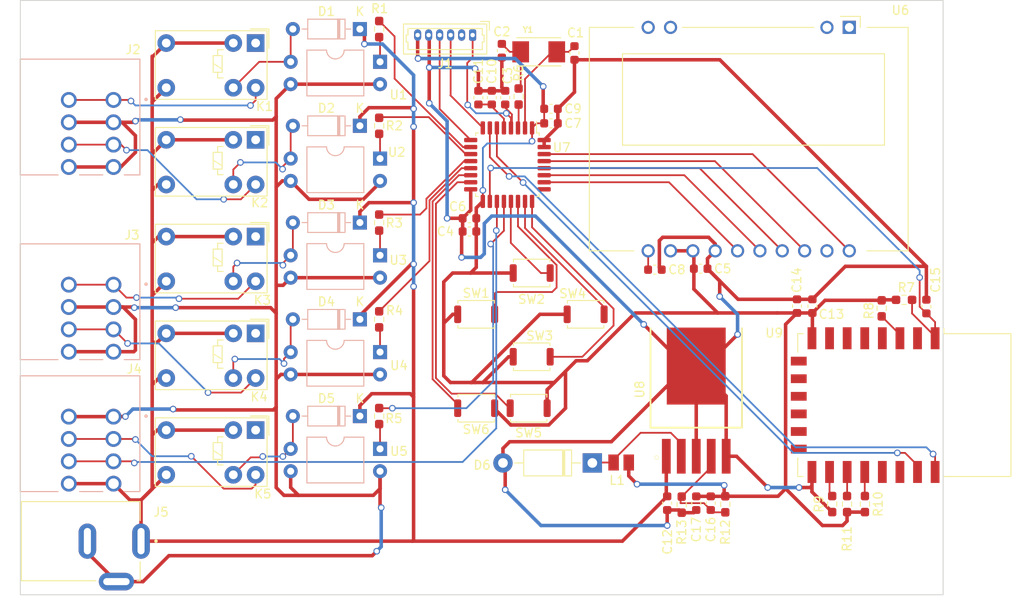
<source format=kicad_pcb>
(kicad_pcb (version 20211014) (generator pcbnew)
  (layers (0 "F.Cu" signal) (31 "B.Cu" signal) (34 "B.Paste" user) (35 "F.Paste" user) (36 "B.SilkS" user "B.Silkscreen") (37 "F.SilkS" user "F.Silkscreen") (38 "B.Mask" user) (39 "F.Mask" user) (44 "Edge.Cuts" user))
  (net 0 "")
  (net 1 "Net-(C1-Pad1)")
  (net 2 "GND")
  (net 3 "Net-(C2-Pad1)")
  (net 4 "/NRST")
  (net 5 "VDD")
  (net 6 "Net-(C8-Pad2)")
  (net 7 "VDDA")
  (net 8 "/ESP_NRST")
  (net 9 "+24V")
  (net 10 "Net-(D1-Pad2)")
  (net 11 "Net-(D2-Pad2)")
  (net 12 "Net-(D3-Pad2)")
  (net 13 "Net-(D4-Pad2)")
  (net 14 "Net-(D5-Pad2)")
  (net 15 "Net-(D6-Pad1)")
  (net 16 "/SWO")
  (net 17 "/SWDIO")
  (net 18 "/SWCLK")
  (net 19 "/Zał. Z1")
  (net 20 "/Zał. Z2")
  (net 21 "/Zał. Z3")
  (net 22 "/Zał. Z4")
  (net 28 "Net-(R1-Pad1)")
  (net 29 "/Cewka Z1")
  (net 30 "Net-(R2-Pad1)")
  (net 31 "/Cewka Z2")
  (net 32 "Net-(R3-Pad1)")
  (net 33 "/Cewka Z3")
  (net 34 "Net-(R4-Pad1)")
  (net 35 "/Cewka Z4")
  (net 36 "Net-(R5-Pad1)")
  (net 37 "/Aktyw. czujnika")
  (net 38 "Net-(R6-Pad1)")
  (net 39 "Net-(R8-Pad1)")
  (net 40 "Net-(R9-Pad1)")
  (net 41 "Net-(R10-Pad2)")
  (net 42 "Net-(R11-Pad2)")
  (net 43 "/Left")
  (net 44 "/UP")
  (net 45 "/Down")
  (net 46 "/Right")
  (net 47 "/OK")
  (net 48 "/ESC")
  (net 53 "/SPI_MISO")
  (net 54 "/SPI_MOSI")
  (net 55 "/spisck")
  (net 56 "/cs-gpio")
  (net 58 "/disp reset")
  (net 59 "/USART1_Tx")
  (net 60 "/USART1_Rx")
  (net 61 "Net-(C16-Pad2)")
  (net 62 "/Zał. czujnik")
  (net 77 "/Czujnik")
  (footprint "Capacitor_SMD:C_0603_1608Metric" (layer "F.Cu") (at 106.551 46.246 180)
    (fp_text reference "C5")
    (fp_text value "1uF")
  )
  (footprint "Capacitor_SMD:C_0603_1608Metric" (layer "F.Cu") (at 102.743 72.898 -90)
    (fp_text reference "C12")
    (fp_text value "22uF")
  )
  (footprint "Button_Switch_SMD:SW_Push_SPST_NO_Alps_SKRK" (layer "F.Cu") (at 81.026 62.103 180)
    (fp_text reference "SW6")
    (fp_text value "SW_Push")
  )
  (footprint "CON-SOCJ-2155:GRAVITECH_CON-SOCJ-2155" (layer "F.Cu") (at 36.83 77.216)
    (fp_text reference "J5")
    (fp_text value "CON-SOCJ-2155")
  )
  (footprint "ABM3-8:XTAL_ABM3-8.000MHZ-D2Y-T" (layer "F.Cu") (at 88.138 21.59)
    (fp_text reference "Y1")
    (fp_text value "ABM3-8.000MHZ-D2Y-T")
  )
  (footprint "Capacitor_SMD:C_0603_1608Metric" (layer "F.Cu") (at 132.207 50.546 90)
    (fp_text reference "C15")
    (fp_text value "100F")
  )
  (footprint "Connector_Molex:Molex_PicoBlade_53047-0610_1x06_P1.25mm_Vertical" (layer "F.Cu") (at 80.625 19.685 180)
    (fp_text reference "J1")
    (fp_text value "Conn_01x06")
  )
  (footprint "Capacitor_SMD:C_0603_1608Metric" (layer "F.Cu") (at 84.328 26.797 90)
    (fp_text reference "C3")
    (fp_text value "100nF")
  )
  (footprint "Resistor_SMD:R_0603_1608Metric_Pad0.98x0.95mm_HandSolder" (layer "F.Cu") (at 129.667 49.784 180)
    (fp_text reference "R7")
    (fp_text value "10k")
  )
  (footprint "Capacitor_SMD:C_0603_1608Metric" (layer "F.Cu") (at 82.804 26.797 90)
    (fp_text reference "C10")
    (fp_text value "10nF")
  )
  (footprint "Display:EA_DOGS104X-A" (layer "F.Cu") (at 123.444 18.8115 -90)
    (fp_text reference "U6")
    (fp_text value "EA_DOGS104B-A")
  )
  (footprint "Resistor_SMD:R_0603_1608Metric_Pad0.98x0.95mm_HandSolder" (layer "F.Cu") (at 104.394 73.068 -90)
    (fp_text reference "R13")
    (fp_text value "1.5k")
  )
  (footprint "Resistor_SMD:R_0603_1608Metric_Pad0.98x0.95mm_HandSolder" (layer "F.Cu") (at 70 30 90)
    (fp_text reference "R2")
    (fp_text value "270R")
  )
  (footprint "Button_Switch_SMD:SW_Push_SPST_NO_Alps_SKRK" (layer "F.Cu") (at 87.338 56.256)
    (fp_text reference "SW3")
    (fp_text value "SW_Push")
  )
  (footprint "RF_Module:ESP-12E" (layer "F.Cu") (at 129.7 61.75 -90)
    (fp_text reference "U9")
    (fp_text value "ESP-12E")
  )
  (footprint "Capacitor_SMD:C_0603_1608Metric" (layer "F.Cu") (at 119.25 50.5 90)
    (fp_text reference "C13")
    (fp_text value "4.7uF")
  )
  (footprint "Package_QFP:LQFP-32_7x7mm_P0.8mm" (layer "F.Cu") (at 84.582 34.417 -90)
    (fp_text reference "U7")
    (fp_text value "STM32F030K6Tx")
  )
  (footprint "Resistor_SMD:R_0603_1608Metric_Pad0.98x0.95mm_HandSolder" (layer "F.Cu") (at 70 52 90)
    (fp_text reference "R4")
    (fp_text value "270R")
  )
  (footprint "Capacitor_SMD:C_0603_1608Metric" (layer "F.Cu") (at 80.264 42.013 180)
    (fp_text reference "C4")
    (fp_text value "4.7uF")
  )
  (footprint "MIC4575-3:TO170P1524X460-6N" (layer "F.Cu") (at 106.045 61.214 90)
    (fp_text reference "U8")
    (fp_text value "MIC4575-3.3WU-TR")
  )
  (footprint "Resistor_SMD:R_0603_1608Metric_Pad0.98x0.95mm_HandSolder" (layer "F.Cu") (at 127.127 50.75 90)
    (fp_text reference "R8")
    (fp_text value "10k")
  )
  (footprint "Diode_THT:D_DO-41_SOD81_P10.16mm_Horizontal" (layer "F.Cu") (at 94.234 68.326 180)
    (fp_text reference "D6")
    (fp_text value "1N5819")
  )
  (footprint "Capacitor_SMD:C_0603_1608Metric" (layer "F.Cu") (at 83.947 21.463 -90)
    (fp_text reference "C2")
    (fp_text value "100nF")
  )
  (footprint "Resistor_SMD:R_0603_1608Metric_Pad0.98x0.95mm_HandSolder" (layer "F.Cu") (at 121.5 73 -90)
    (fp_text reference "R9")
    (fp_text value "10K")
  )
  (footprint "Resistor_SMD:R_0603_1608Metric_Pad0.98x0.95mm_HandSolder" (layer "F.Cu") (at 70 63 90)
    (fp_text reference "R5")
    (fp_text value "270R")
  )
  (footprint "Resistor_SMD:R_0603_1608Metric_Pad0.98x0.95mm_HandSolder" (layer "F.Cu") (at 109.347 73.025 -90)
    (fp_text reference "R12")
    (fp_text value "2.49k")
  )
  (footprint "Capacitor_SMD:C_0603_1608Metric" (layer "F.Cu") (at 89.535 28.067)
    (fp_text reference "C9")
    (fp_text value "100nF")
  )
  (footprint "Capacitor_SMD:C_0603_1608Metric" (layer "F.Cu") (at 80.264 40.513 180)
    (fp_text reference "C6")
    (fp_text value "100nF")
  )
  (footprint "Relay_THT:Relay_SPDT_Omron_G5V-1" (layer "F.Cu") (at 55.9575 42.5925 -90)
    (fp_text reference "K3")
    (fp_text value "G5V-1")
  )
  (footprint "Button_Switch_SMD:SW_Push_SPST_NO_Alps_SKRK" (layer "F.Cu") (at 81.026 51.43)
    (fp_text reference "SW1")
    (fp_text value "SW_Push")
  )
  (footprint "Capacitor_SMD:C_0603_1608Metric" (layer "F.Cu") (at 92.202 21.717 -90)
    (fp_text reference "C1")
    (fp_text value "100nF")
  )
  (footprint "Resistor_SMD:R_0603_1608Metric_Pad0.98x0.95mm_HandSolder" (layer "F.Cu") (at 70 41 90)
    (fp_text reference "R3")
    (fp_text value "270R")
  )
  (footprint "Button_Switch_SMD:SW_Push_SPST_NO_Alps_SKRK" (layer "F.Cu") (at 86.995 62.103 180)
    (fp_text reference "SW5")
    (fp_text value "SW_Push")
  )
  (footprint "Button_Switch_SMD:SW_Push_SPST_NO_Alps_SKRK" (layer "F.Cu") (at 87.338 46.736)
    (fp_text reference "SW2")
    (fp_text value "SW_Push")
  )
  (footprint "Relay_THT:Relay_SPDT_Omron_G5V-1" (layer "F.Cu") (at 55.9575 53.5925 -90)
    (fp_text reference "K4")
    (fp_text value "G5V-1")
  )
  (footprint "Capacitor_SMD:C_0603_1608Metric" (layer "F.Cu") (at 89.535 29.718)
    (fp_text reference "C7")
    (fp_text value "4.7uF")
  )
  (footprint "Relay_THT:Relay_SPDT_Omron_G5V-1" (layer "F.Cu") (at 55.9575 64.5925 -90)
    (fp_text reference "K5")
    (fp_text value "G5V-1")
  )
  (footprint "Resistor_SMD:R_0603_1608Metric_Pad0.98x0.95mm_HandSolder" (layer "F.Cu") (at 125.222 73 90)
    (fp_text reference "R10")
    (fp_text value "10K")
  )
  (footprint "Capacitor_SMD:C_0603_1608Metric" (layer "F.Cu") (at 106.045 72.898 -90)
    (fp_text reference "C17")
    (fp_text value "330uF")
  )
  (footprint "DFE201610E-1R0M_P2:INDC2016X100N" (layer "F.Cu") (at 97.5115 68.276)
    (fp_text reference "L1")
    (fp_text value "DFE201610E-1R0M=P2")
  )
  (footprint "Resistor_SMD:R_0603_1608Metric_Pad0.98x0.95mm_HandSolder" (layer "F.Cu") (at 70 19 90)
    (fp_text reference "R1")
    (fp_text value "270R")
  )
  (footprint "Capacitor_SMD:C_0603_1608Metric" (layer "F.Cu") (at 107.696 72.898 -90)
    (fp_text reference "C16")
    (fp_text value "3300pF")
  )
  (footprint "Capacitor_SMD:C_0603_1608Metric" (layer "F.Cu") (at 101.346 46.355 180)
    (fp_text reference "C8")
    (fp_text value "1uF")
  )
  (footprint "Capacitor_SMD:C_0603_1608Metric" (layer "F.Cu") (at 117.5 50.5 90)
    (fp_text reference "C14")
    (fp_text value "1uF")
  )
  (footprint "Resistor_SMD:R_0603_1608Metric_Pad0.98x0.95mm_HandSolder" (layer "F.Cu") (at 123.19 73 90)
    (fp_text reference "R11")
    (fp_text value "10K")
  )
  (footprint "Relay_THT:Relay_SPDT_Omron_G5V-1" (layer "F.Cu") (at 55.9575 31.5925 -90)
    (fp_text reference "K2")
    (fp_text value "G5V-1")
  )
  (footprint "Button_Switch_SMD:SW_Push_SPST_NO_Alps_SKRK" (layer "F.Cu") (at 93.472 51.43)
    (fp_text reference "SW4")
    (fp_text value "SW_Push")
  )
  (footprint "Capacitor_SMD:C_0603_1608Metric" (layer "F.Cu") (at 81.28 26.797 90)
    (fp_text reference "C11")
    (fp_text value "1uF")
  )
  (footprint "Relay_THT:Relay_SPDT_Omron_G5V-1" (layer "F.Cu") (at 55.9575 20.5925 -90)
    (fp_text reference "K1")
    (fp_text value "G5V-1")
  )
  (footprint "Resistor_SMD:R_0603_1608Metric_Pad0.98x0.95mm_HandSolder" (layer "F.Cu") (at 85.852 26.67 90)
    (fp_text reference "R6")
    (fp_text value "270R")
  )
  (footprint "Diode_THT:D_DO-35_SOD27_P7.62mm_Horizontal" (layer "B.Cu") (at 67.81 41 180)
    (fp_text reference "D3")
    (fp_text value "1N4148")
  )
  (footprint "1-2834016-4:TE_1-2834016-4" (layer "B.Cu") (at 36 65 90)
    (fp_text reference "J4")
    (fp_text value "1-2834016-4")
  )
  (footprint "Diode_THT:D_DO-35_SOD27_P7.62mm_Horizontal" (layer "B.Cu") (at 67.81 52 180)
    (fp_text reference "D4")
    (fp_text value "1N4148")
  )
  (footprint "Package_DIP:DIP-4_W10.16mm" (layer "B.Cu") (at 70.1 33.725 180)
    (fp_text reference "U2")
    (fp_text value "SFH617A-2X016")
  )
  (footprint "Package_DIP:DIP-4_W10.16mm" (layer "B.Cu") (at 70.1 44.725 180)
    (fp_text reference "U3")
    (fp_text value "SFH617A-2X016")
  )
  (footprint "1-2834016-4:TE_1-2834016-4" (layer "B.Cu") (at 36 50 90)
    (fp_text reference "J3")
    (fp_text value "1-2834016-4")
  )
  (footprint "Package_DIP:DIP-4_W10.16mm" (layer "B.Cu") (at 70.1 66.725 180)
    (fp_text reference "U5")
    (fp_text value "SFH617A-2X016")
  )
  (footprint "Package_DIP:DIP-4_W10.16mm" (layer "B.Cu") (at 70.1 22.725 180)
    (fp_text reference "U1")
    (fp_text value "SFH617A-2X016")
  )
  (footprint "Diode_THT:D_DO-35_SOD27_P7.62mm_Horizontal" (layer "B.Cu") (at 67.81 63 180)
    (fp_text reference "D5")
    (fp_text value "1N4148")
  )
  (footprint "1-2834016-4:TE_1-2834016-4" (layer "B.Cu") (at 36 29 90)
    (fp_text reference "J2")
    (fp_text value "1-2834016-4")
  )
  (footprint "Package_DIP:DIP-4_W10.16mm" (layer "B.Cu") (at 70.1 55.725 180)
    (fp_text reference "U4")
    (fp_text value "SFH617A-2X016")
  )
  (footprint "Diode_THT:D_DO-35_SOD27_P7.62mm_Horizontal" (layer "B.Cu") (at 67.81 19 180)
    (fp_text reference "D1")
    (fp_text value "1N4148")
  )
  (footprint "Diode_THT:D_DO-35_SOD27_P7.62mm_Horizontal" (layer "B.Cu") (at 67.81 30 180)
    (fp_text reference "D2")
    (fp_text value "1N4148")
  )
  (gr_rect (start 29.21 15.748) (end 134.112 83.312) (layer "Edge.Cuts") (width 0.1) (fill none))
  (segment (start 90.188 21.59) (end 89.662 21.59) (width 0.2) (layer "F.Cu") (net 1))
  (segment (start 91.554 21.59) (end 90.188 21.59) (width 0.2) (layer "F.Cu") (net 1))
  (segment (start 86.582 24.67) (end 86.582 30.242) (width 0.2) (layer "F.Cu") (net 1))
  (segment (start 92.202 20.942) (end 91.554 21.59) (width 0.2) (layer "F.Cu") (net 1))
  (segment (start 89.662 21.59) (end 86.582 24.67) (width 0.2) (layer "F.Cu") (net 1))
  (segment (start 69.215 78.867) (end 69.723 78.359) (width 0.4) (layer "F.Cu") (net 2))
  (segment (start 68.199 38.354) (end 70.1 36.453) (width 0.4) (layer "F.Cu") (net 2))
  (segment (start 58.293 36.957) (end 58.293 28.956) (width 0.4) (layer "F.Cu") (net 2))
  (segment (start 60.833 72.009) (end 59.94 71.116) (width 0.4) (layer "F.Cu") (net 2))
  (segment (start 59.94 36.265) (end 62.029 38.354) (width 0.4) (layer "F.Cu") (net 2))
  (segment (start 70.231 73.406) (end 70.1 73.275) (width 0.4) (layer "F.Cu") (net 2))
  (segment (start 59.94 47.265) (end 59.072 48.133) (width 0.4) (layer "F.Cu") (net 2))
  (segment (start 59.182 72.009) (end 60.833 72.009) (width 0.4) (layer "F.Cu") (net 2))
  (segment (start 90.31 30.064) (end 88.757 31.617) (width 0.4) (layer "F.Cu") (net 2))
  (segment (start 41.15 63.05) (end 39.81 63.05) (width 0.4) (layer "F.Cu") (net 2))
  (segment (start 102.235 42.672) (end 107.442 42.672) (width 0.4) (layer "F.Cu") (net 2))
  (segment (start 46.575 62.2) (end 46.675 62.3) (width 0.4) (layer "F.Cu") (net 2))
  (segment (start 69.342 72.009) (end 60.833 72.009) (width 0.4) (layer "F.Cu") (net 2))
  (segment (start 119.2 69.35) (end 119.2 71.6125) (width 0.4) (layer "F.Cu") (net 2))
  (segment (start 75.692 23.368) (end 75.692 19.752) (width 0.4) (layer "F.Cu") (net 2))
  (segment (start 102.743 73.673) (end 104.0865 73.673) (width 0.4) (layer "F.Cu") (net 2))
  (segment (start 107.442 42.672) (end 108.204 43.434) (width 0.4) (layer "F.Cu") (net 2))
  (segment (start 104.992 57.314) (end 96.393 65.913) (width 0.4) (layer "F.Cu") (net 2))
  (segment (start 102.743 73.673) (end 102.476 73.673) (width 0.4) (layer "F.Cu") (net 2))
  (segment (start 92.202 22.492) (end 92.202 26.175) (width 0.4) (layer "F.Cu") (net 2))
  (segment (start 80.407 39.595) (end 79.489 40.513) (width 0.4) (layer "F.Cu") (net 2))
  (segment (start 109.4486 60.7176) (end 106.045 57.314) (width 0.4) (layer "F.Cu") (net 2))
  (segment (start 117.729 71.12) (end 118.999 71.12) (width 0.4) (layer "F.Cu") (net 2))
  (segment (start 58.293 61.976) (end 58.293 71.12) (width 0.4) (layer "F.Cu") (net 2))
  (segment (start 36.83 78.516) (end 40.13 81.816) (width 0.4) (layer "F.Cu") (net 2))
  (segment (start 79.375 44.958) (end 79.375 42.127) (width 0.4) (layer "F.Cu") (net 2))
  (segment (start 123.001 45.974) (end 119.25 49.725) (width 0.4) (layer "F.Cu") (net 2))
  (segment (start 79.489 40.513) (end 79.489 42.013) (width 0.4) (layer "F.Cu") (net 2))
  (segment (start 58.293 26.912) (end 59.94 25.265) (width 0.4) (layer "F.Cu") (net 2))
  (segment (start 104.394 73.9805) (end 105.7375 73.9805) (width 0.4) (layer "F.Cu") (net 2))
  (segment (start 107.326 45.0895) (end 108.204 44.2115) (width 0.4) (layer "F.Cu") (net 2))
  (segment (start 58.293 61.976) (end 58.293 58.801) (width 0.4) (layer "F.Cu") (net 2))
  (segment (start 75.692 19.752) (end 75.625 19.685) (width 0.4) (layer "F.Cu") (net 2))
  (segment (start 81.28 26.022) (end 81.28 23.876) (width 0.4) (layer "F.Cu") (net 2))
  (segment (start 47.45 29.35) (end 57.899 29.35) (width 0.4) (layer "F.Cu") (net 2))
  (segment (start 80.407 37.217) (end 80.407 39.595) (width 0.4) (layer "F.Cu") (net 2))
  (segment (start 101.854 46.088) (end 101.854 43.053) (width 0.4) (layer "F.Cu") (net 2))
  (segment (start 43.152 81.816) (end 46.101 78.867) (width 0.4) (layer "F.Cu") (net 2))
  (segment (start 46.101 78.867) (end 69.215 78.867) (width 0.4) (layer "F.Cu") (net 2))
  (segment (start 117.5 49.725) (end 110.805 49.725) (width 0.4) (layer "F.Cu") (net 2))
  (segment (start 40.631 34.68) (end 42.291 33.02) (width 0.4) (layer "F.Cu") (net 2))
  (segment (start 57.899 29.35) (end 58.293 28.956) (width 0.4) (layer "F.Cu") (net 2))
  (segment (start 107.151 57.314) (end 110.744 53.721) (width 0.4) (layer "F.Cu") (net 2))
  (segment (start 58.829 58.265) (end 58.293 58.801) (width 0.4) (layer "F.Cu") (net 2))
  (segment (start 96.393 65.913) (end 84.836 65.913) (width 0.4) (layer "F.Cu") (net 2))
  (segment (start 79.375 42.127) (end 79.489 42.013) (width 0.4) (layer "F.Cu") (net 2))
  (segment (start 132.207 49.771) (end 132.207 45.974) (width 0.4) (layer "F.Cu") (net 2))
  (segment (start 58.293 51.308) (end 58.293 48.133) (width 0.4) (layer "F.Cu") (net 2))
  (segment (start 81.28 26.022) (end 82.804 26.022) (width 0.4) (layer "F.Cu") (net 2))
  (segment (start 39.8 50.6) (end 42.091 50.6) (width 0.4) (layer "F.Cu") (net 2))
  (segment (start 59.94 36.265) (end 58.985 36.265) (width 0.4) (layer "F.Cu") (net 2))
  (segment (start 34.72 50.6) (end 39.8 50.6) (width 0.4) (layer "F.Cu") (net 2))
  (segment (start 47.4 29.3) (end 47.45 29.35) (width 0.4) (layer "F.Cu") (net 2))
  (segment (start 58.293 71.12) (end 59.182 72.009) (width 0.4) (layer "F.Cu") (net 2))
  (segment (start 75.625 19.685) (end 75.625 19.625) (width 0.4) (layer "F.Cu") (net 2))
  (segment (start 75.692 23.368) (end 75.632 23.308) (width 0.4) (layer "F.Cu") (net 2))
  (segment (start 102.121 46.355) (end 101.854 46.088) (width 0.4) (layer "F.Cu") (net 2))
  (segment (start 57.658 50.673) (end 58.293 51.308) (width 0.4) (layer "F.Cu") (net 2))
  (segment (start 84.328 68.58) (end 84.074 68.326) (width 0.4) (layer "F.Cu") (net 2))
  (segment (start 102.743 73.673) (end 102.743 75.438) (width 0.4) (layer "F.Cu") (net 2))
  (segment (start 70.1 69.265) (end 70.1 71.251) (width 0.4) (layer "F.Cu") (net 2))
  (segment (start 108.712 49.403) (end 108.712 47.632) (width 0.4) (layer "F.Cu") (net 2))
  (segment (start 58.293 58.801) (end 58.293 51.308) (width 0.4) (layer "F.Cu") (net 2))
  (segment (start 83.947 22.238) (end 83.947 25.641) (width 0.4) (layer "F.Cu") (net 2))
  (segment (start 84.836 65.913) (end 84.074 66.675) (width 0.4) (layer "F.Cu") (net 2))
  (segment (start 42.291 33.02) (end 42.291 31.115) (width 0.4) (layer "F.Cu") (net 2))
  (segment (start 34.72 29.6) (end 39.8 29.6) (width 0.4) (layer "F.Cu") (net 2))
  (segment (start 57.969 62.3) (end 58.293 61.976) (width 0.4) (layer "F.Cu") (net 2))
  (segment (start 109.4486 67.564) (end 109.4486 60.7176) (width 0.4) (layer "F.Cu") (net 2))
  (segment (start 42.11 55.68) (end 42.291 55.499) (width 0.4) (layer "F.Cu") (net 2))
  (segment (start 42.091 50.6) (end 42.164 50.673) (width 0.4) (layer "F.Cu") (net 2))
  (segment (start 108.712 47.632) (end 107.326 46.246) (width 0.4) (layer "F.Cu") (net 2))
  (segment (start 75.565 19.745) (end 75.625 19.685) (width 0.4) (layer "F.Cu") (net 2))
  (segment (start 59.072 48.133) (end 58.293 48.133) (width 0.4) (layer "F.Cu") (net 2))
  (segment (start 118.999 71.12) (end 119.126 70.993) (width 0.4) (layer "F.Cu") (net 2))
  (segment (start 110.617 67.564) (end 114.173 71.12) (width 0.4) (layer "F.Cu") (net 2))
  (segment (start 40.882 50.6) (end 39.8 50.6) (width 0.4) (layer "F.Cu") (net 2))
  (segment (start 119.2 71.6125) (end 121.5 73.9125) (width 0.4) (layer "F.Cu") (net 2))
  (segment (start 36.83 77.216) (end 36.83 78.516) (width 0.4) (layer "F.Cu") (net 2))
  (segment (start 39.8 55.68) (end 42.11 55.68) (width 0.4) (layer "F.Cu") (net 2))
  (segment (start 58.293 48.133) (end 58.293 36.957) (width 0.4) (layer "F.Cu") (net 2))
  (segment (start 46.863 50.673) (end 57.658 50.673) (width 0.4) (layer "F.Cu") (net 2))
  (segment (start 109.4486 67.564) (end 110.617 67.564) (width 0.4) (layer "F.Cu") (net 2))
  (segment (start 106.045 67.564) (end 106.045 57.314) (width 0.4) (layer "F.Cu") (net 2))
  (segment (start 110.805 49.725) (end 107.326 46.246) (width 0.4) (layer "F.Cu") (net 2))
  (segment (start 104.812 57.314) (end 100.076 52.578) (width 0.4) (layer "F.Cu") (net 2))
  (segment (start 70.1 36.453) (end 70.1 36.265) (width 0.4) (layer "F.Cu") (net 2))
  (segment (start 59.948 25.273) (end 59.94 25.265) (width 0.4) (layer "F.Cu") (net 2))
  (segment (start 106.045 57.314) (end 104.812 57.314) (width 0.4) (layer "F.Cu") (net 2))
  (segment (start 81.28 23.876) (end 80.899 23.495) (width 0.4) (layer "F.Cu") (net 2))
  (segment (start 75.692 27.432) (end 75.692 23.368) (width 0.4) (layer "F.Cu") (net 2))
  (segment (start 132.207 45.974) (end 108.725 22.492) (width 0.4) (layer "F.Cu") (net 2))
  (segment (start 90.31 29.718) (end 90.31 28.067) (width 0.4) (layer "F.Cu") (net 2))
  (segment (start 106.045 57.314) (end 107.151 57.314) (width 0.4) (layer "F.Cu") (net 2))
  (segment (start 46.675 62.3) (end 57.969 62.3) (width 0.4) (layer "F.Cu") (net 2))
  (segment (start 105.7375 73.9805) (end 106.045 73.673) (width 0.4) (layer "F.Cu") (net 2))
  (segment (start 59.94 58.265) (end 58.829 58.265) (width 0.4) (layer "F.Cu") (net 2))
  (segment (start 106.045 57.314) (end 104.992 57.314) (width 0.4) (layer "F.Cu") (net 2))
  (segment (start 40.776 29.6) (end 39.8 29.6) (width 0.4) (layer "F.Cu") (net 2))
  (segment (start 34.72 34.68) (end 39.8 34.68) (width 0.4) (layer "F.Cu") (net 2))
  (segment (start 42.155 29.6) (end 42.291 29.464) (width 0.4) (layer "F.Cu") (net 2))
  (segment (start 62.029 38.354) (end 68.199 38.354) (width 0.4) (layer "F.Cu") (net 2))
  (segment (start 34.72 55.68) (end 39.8 55.68) (width 0.4) (layer "F.Cu") (net 2))
  (segment (start 70.1 47.265) (end 59.94 47.265) (width 0.4) (layer "F.Cu") (net 2))
  (segment (start 58.293 28.956) (end 58.293 26.912) (width 0.4) (layer "F.Cu") (net 2))
  (segment (start 119.25 49.725) (end 117.5 49.725) (width 0.4) (layer "F.Cu") (net 2))
  (segment (start 108.725 22.492) (end 98.311 22.492) (width 0.4) (layer "F.Cu") (net 2))
  (segment (start 39.8 34.68) (end 40.631 34.68) (width 0.4) (layer "F.Cu") (net 2))
  (segment (start 70.1 73.275) (end 70.1 69.265) (width 0.4) (layer "F.Cu") (net 2))
  (segment (start 39.81 63.05) (end 39.8 63.06) (width 0.4) (layer "F.Cu") (net 2))
  (segment (start 70.1 71.251) (end 69.342 72.009) (width 0.4) (layer "F.Cu") (net 2))
  (segment (start 104.0865 73.673) (end 104.394 73.9805) (width 0.4) (layer "F.Cu") (net 2))
  (segment (start 40.13 81.816) (end 43.152 81.816) (width 0.4) (layer "F.Cu") (net 2))
  (segment (start 34.72 63.06) (end 39.8 63.06) (width 0.4) (layer "F.Cu") (net 2))
  (segment (start 84.328 71.374) (end 84.328 68.58) (width 0.4) (layer "F.Cu") (net 2))
  (segment (start 70.1 58.265) (end 59.94 58.265) (width 0.4) (layer "F.Cu") (net 2))
  (segment (start 75.632 23.308) (end 75.625 23.308) (width 0.4) (layer "F.Cu") (net 2))
  (segment (start 107.326 46.246) (end 107.326 45.0895) (width 0.4) (layer "F.Cu") (net 2))
  (segment (start 84.074 66.675) (end 84.074 68.326) (width 0.4) (layer "F.Cu") (net 2))
  (segment (start 98.311 22.492) (end 92.202 22.492) (width 0.4) (layer "F.Cu") (net 2))
  (segment (start 83.947 25.641) (end 84.328 26.022) (width 0.4) (layer "F.Cu") (net 2))
  (segment (start 79.489 40.513) (end 77.724 40.513) (width 0.4) (layer "F.Cu") (net 2))
  (segment (start 132.207 45.974) (end 123.001 45.974) (width 0.4) (layer "F.Cu") (net 2))
  (segment (start 42.291 52.009) (end 40.882 50.6) (width 0.4) (layer "F.Cu") (net 2))
  (segment (start 42.291 31.115) (end 40.776 29.6) (width 0.4) (layer "F.Cu") (net 2))
  (segment (start 58.985 36.265) (end 58.293 36.957) (width 0.4) (layer "F.Cu") (net 2))
  (segment (start 42.291 55.499) (end 42.291 52.009) (width 0.4) (layer "F.Cu") (net 2))
  (segment (start 108.204 43.434) (end 108.204 44.2115) (width 0.4) (layer "F.Cu") (net 2))
  (segment (start 88.757 32.417) (end 88.757 31.617) (width 0.4) (layer "F.Cu") (net 2))
  (segment (start 39.8 29.6) (end 42.155 29.6) (width 0.4) (layer "F.Cu") (net 2))
  (segment (start 92.202 26.175) (end 90.31 28.067) (width 0.4) (layer "F.Cu") (net 2))
  (segment (start 84.328 26.022) (end 82.804 26.022) (width 0.4) (layer "F.Cu") (net 2))
  (segment (start 59.94 25.265) (end 70.1 25.265) (width 0.4) (layer "F.Cu") (net 2))
  (segment (start 59.94 71.116) (end 59.94 69.265) (width 0.4) (layer "F.Cu") (net 2))
  (segment (start 101.854 43.053) (end 102.235 42.672) (width 0.4) (layer "F.Cu") (net 2))
  (segment (start 90.31 29.718) (end 90.31 30.064) (width 0.4) (layer "F.Cu") (net 2))
  (via (at 41.15 63.05) (size 0.75) (drill 0.5) (layers "F.Cu" "B.Cu") (net 2))
  (via (at 69.723 78.359) (size 0.75) (drill 0.5) (layers "F.Cu" "B.Cu") (net 2))
  (via (at 70.231 73.406) (size 0.75) (drill 0.5) (layers "F.Cu" "B.Cu") (net 2))
  (via (at 77.724 40.513) (size 0.75) (drill 0.5) (layers "F.Cu" "B.Cu") (net 2))
  (via (at 114.173 71.12) (size 0.75) (drill 0.5) (layers "F.Cu" "B.Cu") (net 2))
  (via (at 47.4 29.3) (size 0.75) (drill 0.5) (layers "F.Cu" "B.Cu") (net 2))
  (via (at 108.712 49.403) (size 0.75) (drill 0.5) (layers "F.Cu" "B.Cu") (net 2))
  (via (at 42.291 29.464) (size 0.75) (drill 0.5) (layers "F.Cu" "B.Cu") (net 2))
  (via (at 75.692 27.432) (size 0.75) (drill 0.5) (layers "F.Cu" "B.Cu") (net 2))
  (via (at 100.076 52.578) (size 0.75) (drill 0.5) (layers "F.Cu" "B.Cu") (net 2))
  (via (at 110.744 53.721) (size 0.75) (drill 0.5) (layers "F.Cu" "B.Cu") (net 2))
  (via (at 46.863 50.673) (size 0.75) (drill 0.5) (layers "F.Cu" "B.Cu") (net 2))
  (via (at 102.743 75.438) (size 0.75) (drill 0.5) (layers "F.Cu" "B.Cu") (net 2))
  (via (at 79.375 44.958) (size 0.75) (drill 0.5) (layers "F.Cu" "B.Cu") (net 2))
  (via (at 84.328 71.374) (size 0.75) (drill 0.5) (layers "F.Cu" "B.Cu") (net 2))
  (via (at 46.575 62.2) (size 0.75) (drill 0.5) (layers "F.Cu" "B.Cu") (net 2))
  (via (at 42.164 50.673) (size 0.75) (drill 0.5) (layers "F.Cu" "B.Cu") (net 2))
  (via (at 80.899 23.495) (size 0.75) (drill 0.5) (layers "F.Cu" "B.Cu") (net 2))
  (via (at 117.729 71.12) (size 0.75) (drill 0.5) (layers "F.Cu" "B.Cu") (net 2))
  (via (at 75.692 23.368) (size 0.75) (drill 0.5) (layers "F.Cu" "B.Cu") (net 2))
  (segment (start 81.534 44.958) (end 79.375 44.958) (width 0.4) (layer "B.Cu") (net 2))
  (segment (start 69.723 78.359) (end 70.231 77.851) (width 0.4) (layer "B.Cu") (net 2))
  (segment (start 42 62.2) (end 46.575 62.2) (width 0.4) (layer "B.Cu") (net 2))
  (segment (start 81.952 41.111) (end 81.952 44.54) (width 0.4) (layer "B.Cu") (net 2))
  (segment (start 75.692 27.432) (end 77.724 29.464) (width 0.4) (layer "B.Cu") (net 2))
  (segment (start 75.692 23.368) (end 80.772 23.368) (width 0.4) (layer "B.Cu") (net 2))
  (segment (start 42.164 50.673) (end 46.863 50.673) (width 0.4) (layer "B.Cu") (net 2))
  (segment (start 100.076 52.578) (end 87.757 40.259) (width 0.4) (layer "B.Cu") (net 2))
  (segment (start 88.392 75.438) (end 84.328 71.374) (width 0.4) (layer "B.Cu") (net 2))
  (segment (start 80.772 23.368) (end 80.899 23.495) (width 0.4) (layer "B.Cu") (net 2))
  (segment (start 81.952 44.54) (end 81.915 44.577) (width 0.4) (layer "B.Cu") (net 2))
  (segment (start 110.744 51.435) (end 108.712 49.403) (width 0.4) (layer "B.Cu") (net 2))
  (segment (start 81.915 44.577) (end 81.534 44.958) (width 0.4) (layer "B.Cu") (net 2))
  (segment (start 41.15 63.05) (end 42 62.2) (width 0.4) (layer "B.Cu") (net 2))
  (segment (start 77.724 29.464) (end 77.724 40.513) (width 0.4) (layer "B.Cu") (net 2))
  (segment (start 82.804 40.259) (end 81.952 41.111) (width 0.4) (layer "B.Cu") (net 2))
  (segment (start 117.729 71.12) (end 114.173 71.12) (width 0.4) (layer "B.Cu") (net 2))
  (segment (start 47.4 29.3) (end 47.375 29.325) (width 0.4) (layer "B.Cu") (net 2))
  (segment (start 110.744 53.721) (end 110.744 51.435) (width 0.4) (layer "B.Cu") (net 2))
  (segment (start 70.231 77.851) (end 70.231 73.406) (width 0.4) (layer "B.Cu") (net 2))
  (segment (start 42.43 29.325) (end 42.291 29.464) (width 0.4) (layer "B.Cu") (net 2))
  (segment (start 47.375 29.325) (end 42.43 29.325) (width 0.4) (layer "B.Cu") (net 2))
  (segment (start 87.757 40.259) (end 82.804 40.259) (width 0.4) (layer "B.Cu") (net 2))
  (segment (start 102.743 75.438) (end 88.392 75.438) (width 0.4) (layer "B.Cu") (net 2))
  (segment (start 84.849 21.59) (end 86.088 21.59) (width 0.2) (layer "F.Cu") (net 3))
  (segment (start 86.088 25.5215) (end 85.852 25.7575) (width 0.2) (layer "F.Cu") (net 3))
  (segment (start 86.088 21.59) (end 86.088 25.5215) (width 0.2) (layer "F.Cu") (net 3))
  (segment (start 83.947 20.688) (end 84.849 21.59) (width 0.2) (layer "F.Cu") (net 3))
  (segment (start 80.01 27.564822) (end 80.01 22.86) (width 0.2) (layer "F.Cu") (net 4))
  (segment (start 85.09 30.134) (end 84.982 30.242) (width 0.2) (layer "F.Cu") (net 4))
  (segment (start 84.982 29.107822) (end 84.452089 28.577911) (width 0.2) (layer "F.Cu") (net 4))
  (segment (start 80.070589 27.625411) (end 80.01 27.564822) (width 0.2) (layer "F.Cu") (net 4))
  (segment (start 84.982 30.242) (end 84.982 29.107822) (width 0.2) (layer "F.Cu") (net 4))
  (segment (start 85.09 28.702) (end 85.09 30.134) (width 0.2) (layer "F.Cu") (net 4))
  (segment (start 84.328 27.572) (end 84.328 27.94) (width 0.2) (layer "F.Cu") (net 4))
  (segment (start 84.328 27.94) (end 85.09 28.702) (width 0.2) (layer "F.Cu") (net 4))
  (segment (start 80.01 22.86) (end 80.625 22.245) (width 0.2) (layer "F.Cu") (net 4))
  (segment (start 80.625 22.245) (end 80.625 19.685) (width 0.2) (layer "F.Cu") (net 4))
  (via (at 80.070589 27.625411) (size 0.75) (drill 0.5) (layers "F.Cu" "B.Cu") (net 4))
  (via (at 84.452089 28.577911) (size 0.75) (drill 0.5) (layers "F.Cu" "B.Cu") (net 4))
  (segment (start 81.023089 28.577911) (end 80.070589 27.625411) (width 0.2) (layer "B.Cu") (net 4))
  (segment (start 84.452089 28.577911) (end 81.023089 28.577911) (width 0.2) (layer "B.Cu") (net 4))
  (segment (start 89.095 60.003) (end 89.916 59.182) (width 0.4) (layer "F.Cu") (net 5))
  (segment (start 98.3715 69.7965) (end 99.314 70.739) (width 0.4) (layer "F.Cu") (net 5))
  (segment (start 81.039 46.088) (end 80.391 46.736) (width 0.4) (layer "F.Cu") (net 5))
  (segment (start 107.696 72.123) (end 109.3365 72.123) (width 0.4) (layer "F.Cu") (net 5))
  (segment (start 119.25 54.1) (end 119.2 54.15) (width 0.4) (layer "F.Cu") (net 5))
  (segment (start 106.045 72.123) (end 107.696 72.123) (width 0.4) (layer "F.Cu") (net 5))
  (segment (start 88.27 51.43) (end 80.518 59.182) (width 0.4) (layer "F.Cu") (net 5))
  (segment (start 80.899 59.182) (end 78.105 59.182) (width 0.4) (layer "F.Cu") (net 5))
  (segment (start 80.518 59.182) (end 80.391 59.182) (width 0.4) (layer "F.Cu") (net 5))
  (segment (start 89.916 59.182) (end 92.392 56.706) (width 0.4) (layer "F.Cu") (net 5))
  (segment (start 89.281 64.008) (end 91.186 62.103) (width 0.4) (layer "F.Cu") (net 5))
  (segment (start 87.382 30.242) (end 87.382 31.744) (width 0.2) (layer "F.Cu") (net 5))
  (segment (start 116.205 52.57) (end 116.205 71.247) (width 0.4) (layer "F.Cu") (net 5))
  (segment (start 81.788 59.182) (end 80.899 59.182) (width 0.4) (layer "F.Cu") (net 5))
  (segment (start 93.662 56.706) (end 99.06 51.308) (width 0.4) (layer "F.Cu") (net 5))
  (segment (start 81.788 38.586) (end 81.782 38.592) (width 0.2) (layer "F.Cu") (net 5))
  (segment (start 105.664 44.2115) (end 103.124 44.2115) (width 0.4) (layer "F.Cu") (net 5))
  (segment (start 122.682 75.438) (end 123.19 74.93) (width 0.4) (layer "F.Cu") (net 5))
  (segment (start 77.343 47.752) (end 78.359 46.736) (width 0.4) (layer "F.Cu") (net 5))
  (segment (start 74.375 19.685) (end 74.375 22.305) (width 0.4) (layer "F.Cu") (net 5))
  (segment (start 109.22 70.866) (end 109.22 71.9855) (width 0.4) (layer "F.Cu") (net 5))
  (segment (start 108.491 51.275) (end 115.25 51.275) (width 0.4) (layer "F.Cu") (net 5))
  (segment (start 81.039 42.013) (end 81.039 40.513) (width 0.4) (layer "F.Cu") (net 5))
  (segment (start 84.714 56.256) (end 81.788 59.182) (width 0.4) (layer "F.Cu") (net 5))
  (segment (start 92.392 56.706) (end 93.662 56.706) (width 0.4) (layer "F.Cu") (net 5))
  (segment (start 78.926 51.43) (end 78.364 51.43) (width 0.4) (layer "F.Cu") (net 5))
  (segment (start 99.093 51.275) (end 108.491 51.275) (width 0.4) (layer "F.Cu") (net 5))
  (segment (start 109.22 71.9855) (end 109.347 72.1125) (width 0.4) (layer "F.Cu") (net 5))
  (segment (start 87.382 31.744) (end 87.376 31.75) (width 0.2) (layer "F.Cu") (net 5))
  (segment (start 83.126 62.171) (end 84.963 64.008) (width 0.4) (layer "F.Cu") (net 5))
  (segment (start 88.646 27.953) (end 88.76 28.067) (width 0.4) (layer "F.Cu") (net 5))
  (segment (start 127.1805 49.784) (end 127.127 49.8375) (width 0.4) (layer "F.Cu") (net 5))
  (segment (start 117.5 51.275) (end 119.25 51.275) (width 0.4) (layer "F.Cu") (net 5))
  (segment (start 81.039 42.013) (end 81.039 46.088) (width 0.4) (layer "F.Cu") (net 5))
  (segment (start 119.25 51.275) (end 119.25 54.1) (width 0.4) (layer "F.Cu") (net 5))
  (segment (start 127.127 49.8375) (end 120.6875 49.8375) (width 0.4) (layer "F.Cu") (net 5))
  (segment (start 88.76 29.718) (end 88.76 28.067) (width 0.2) (layer "F.Cu") (net 5))
  (segment (start 125 73.9125) (end 123 73.9125) (width 0.4) (layer "F.Cu") (net 5))
  (segment (start 105.776 46.246) (end 105.776 48.56) (width 0.4) (layer "F.Cu") (net 5))
  (segment (start 84.963 64.008) (end 89.281 64.008) (width 0.4) (layer "F.Cu") (net 5))
  (segment (start 89.916 59.182) (end 81.788 59.182) (width 0.4) (layer "F.Cu") (net 5))
  (segment (start 123.19 74.93) (end 123.19 73.9125) (width 0.4) (layer "F.Cu") (net 5))
  (segment (start 80.391 46.736) (end 85.238 46.736) (width 0.4) (layer "F.Cu") (net 5))
  (segment (start 116.205 71.247) (end 120.396 75.438) (width 0.4) (layer "F.Cu") (net 5))
  (segment (start 109.3365 72.123) (end 109.347 72.1125) (width 0.4) (layer "F.Cu") (net 5))
  (segment (start 78.364 51.43) (end 77.343 52.451) (width 0.4) (layer "F.Cu") (net 5))
  (segment (start 105.776 44.3235) (end 105.664 44.2115) (width 0.4) (layer "F.Cu") (net 5))
  (segment (start 91.186 62.103) (end 91.186 57.912) (width 0.4) (layer "F.Cu") (net 5))
  (segment (start 77.343 58.42) (end 77.343 52.451) (width 0.4) (layer "F.Cu") (net 5))
  (segment (start 88.646 25.527) (end 88.646 27.953) (width 0.4) (layer "F.Cu") (net 5))
  (segment (start 105.776 48.56) (end 108.491 51.275) (width 0.4) (layer "F.Cu") (net 5))
  (segment (start 74.375 22.305) (end 74.422 22.352) (width 0.4) (layer "F.Cu") (net 5))
  (segment (start 83.126 62.103) (end 83.126 62.171) (width 0.4) (layer "F.Cu") (net 5))
  (segment (start 89.095 62.103) (end 89.095 60.003) (width 0.4) (layer "F.Cu") (net 5))
  (segment (start 120.396 75.438) (end 122.682 75.438) (width 0.4) (layer "F.Cu") (net 5))
  (segment (start 91.372 51.43) (end 88.27 51.43) (width 0.4) (layer "F.Cu") (net 5))
  (segment (start 81.788 37.338) (end 81.788 38.586) (width 0.2) (layer "F.Cu") (net 5))
  (segment (start 117.5 51.275) (end 116.205 52.57) (width 0.4) (layer "F.Cu") (net 5))
  (segment (start 98.3715 68.276) (end 98.3715 69.7965) (width 0.4) (layer "F.Cu") (net 5))
  (segment (start 109.347 72.1125) (end 115.3395 72.1125) (width 0.4) (layer "F.Cu") (net 5))
  (segment (start 87.906 29.718) (end 87.382 30.242) (width 0.2) (layer "F.Cu") (net 5))
  (segment (start 81.039 40.513) (end 81.039 39.335) (width 0.4) (layer "F.Cu") (net 5))
  (segment (start 77.343 52.451) (end 77.343 47.752) (width 0.4) (layer "F.Cu") (net 5))
  (segment (start 115.25 51.275) (end 117.5 51.275) (width 0.4) (layer "F.Cu") (net 5))
  (segment (start 105.776 46.246) (end 105.776 44.3235) (width 0.4) (layer "F.Cu") (net 5))
  (segment (start 78.359 46.736) (end 80.391 46.736) (width 0.4) (layer "F.Cu") (net 5))
  (segment (start 120.6875 49.8375) (end 119.25 51.275) (width 0.4) (layer "F.Cu") (net 5))
  (segment (start 128.7545 49.784) (end 127.1805 49.784) (width 0.4) (layer "F.Cu") (net 5))
  (segment (start 78.105 59.182) (end 77.343 58.42) (width 0.4) (layer "F.Cu") (net 5))
  (segment (start 85.238 56.256) (end 84.714 56.256) (width 0.4) (layer "F.Cu") (net 5))
  (segment (start 115.3395 72.1125) (end 116.205 71.247) (width 0.4) (layer "F.Cu") (net 5))
  (segment (start 88.76 29.718) (end 87.906 29.718) (width 0.2) (layer "F.Cu") (net 5))
  (segment (start 81.039 39.335) (end 81.782 38.592) (width 0.4) (layer "F.Cu") (net 5))
  (via (at 74.422 22.352) (size 0.75) (drill 0.5) (layers "F.Cu" "B.Cu") (net 5))
  (via (at 87.376 31.75) (size 0.75) (drill 0.5) (layers "F.Cu" "B.Cu") (net 5))
  (via (at 88.646 25.527) (size 0.75) (drill 0.5) (layers "F.Cu" "B.Cu") (net 5))
  (via (at 99.314 70.739) (size 0.75) (drill 0.5) (layers "F.Cu" "B.Cu") (net 5))
  (via (at 81.788 37.338) (size 0.75) (drill 0.5) (layers "F.Cu" "B.Cu") (net 5))
  (via (at 109.22 70.866) (size 0.75) (drill 0.5) (layers "F.Cu" "B.Cu") (net 5))
  (segment (start 87.376 31.75) (end 87.122 32.004) (width 0.2) (layer "B.Cu") (net 5))
  (segment (start 74.422 22.352) (end 85.471 22.352) (width 0.4) (layer "B.Cu") (net 5))
  (segment (start 99.314 70.739) (end 109.093 70.739) (width 0.4) (layer "B.Cu") (net 5))
  (segment (start 82.296 32.004) (end 81.788 32.512) (width 0.2) (layer "B.Cu") (net 5))
  (segment (start 109.093 70.739) (end 109.22 70.866) (width 0.4) (layer "B.Cu") (net 5))
  (segment (start 85.471 22.352) (end 88.646 25.527) (width 0.4) (layer "B.Cu") (net 5))
  (segment (start 87.122 32.004) (end 82.296 32.004) (width 0.2) (layer "B.Cu") (net 5))
  (segment (start 81.788 32.512) (end 81.788 37.338) (width 0.2) (layer "B.Cu") (net 5))
  (segment (start 100.571 46.355) (end 100.584 46.342) (width 0.2) (layer "F.Cu") (net 6))
  (segment (start 100.571 46.355) (end 100.621 46.305) (width 0.2) (layer "F.Cu") (net 6))
  (segment (start 100.584 46.342) (end 100.584 44.2115) (width 0.2) (layer "F.Cu") (net 6))
  (segment (start 84.182 30.242) (end 84.182 29.191) (width 0.2) (layer "F.Cu") (net 7))
  (segment (start 82.804 27.813) (end 82.804 27.572) (width 0.2) (layer "F.Cu") (net 7))
  (segment (start 81.134 27.591) (end 81.153 27.572) (width 0.2) (layer "F.Cu") (net 7))
  (segment (start 84.182 29.191) (end 82.804 27.813) (width 0.2) (layer "F.Cu") (net 7))
  (segment (start 81.28 27.572) (end 82.804 27.572) (width 0.2) (layer "F.Cu") (net 7))
  (segment (start 133.2 53.952) (end 133.2 54.15) (width 0.2) (layer "F.Cu") (net 8))
  (segment (start 82.582 34.893) (end 82.582 38.592) (width 0.2) (layer "F.Cu") (net 8))
  (segment (start 130.5795 49.784) (end 130.5795 51.3315) (width 0.2) (layer "F.Cu") (net 8))
  (segment (start 131.445 47.244) (end 131.445 50.559) (width 0.2) (layer "F.Cu") (net 8))
  (segment (start 130.5795 51.3315) (end 133.2 53.952) (width 0.2) (layer "F.Cu") (net 8))
  (segment (start 82.677 34.798) (end 82.582 34.893) (width 0.2) (layer "F.Cu") (net 8))
  (segment (start 133.2 52.314) (end 133.2 54.15) (width 0.2) (layer "F.Cu") (net 8))
  (segment (start 131.445 50.559) (end 132.207 51.321) (width 0.2) (layer "F.Cu") (net 8))
  (segment (start 132.207 51.321) (end 133.2 52.314) (width 0.2) (layer "F.Cu") (net 8))
  (via (at 82.677 34.798) (size 0.75) (drill 0.5) (layers "F.Cu" "B.Cu") (net 8))
  (via (at 131.445 47.244) (size 0.75) (drill 0.5) (layers "F.Cu" "B.Cu") (net 8))
  (segment (start 131.445 46.443286) (end 131.445 47.244) (width 0.2) (layer "B.Cu") (net 8))
  (segment (start 82.677 34.798) (end 119.799714 34.798) (width 0.2) (layer "B.Cu") (net 8))
  (segment (start 119.799714 34.798) (end 131.445 46.443286) (width 0.2) (layer "B.Cu") (net 8))
  (segment (start 73.914 38.735) (end 73.914 30.099) (width 0.4) (layer "F.Cu") (net 9))
  (segment (start 73.533 60.452) (end 73.914 60.833) (width 0.4) (layer "F.Cu") (net 9))
  (segment (start 42.93 72.54) (end 44.196 71.274) (width 0.4) (layer "F.Cu") (net 9))
  (segment (start 73.914 48.26) (end 73.914 60.452) (width 0.4) (layer "F.Cu") (net 9))
  (segment (start 44.8615 36.6725) (end 44.196 37.338) (width 0.4) (layer "F.Cu") (net 9))
  (segment (start 53.4175 53.5925) (end 45.7975 53.5925) (width 0.4) (layer "F.Cu") (net 9))
  (segment (start 73.66 45.72) (end 67.81 51.57) (width 0.4) (layer "F.Cu") (net 9))
  (segment (start 42.93 72.54) (end 45.7975 69.6725) (width 0.4) (layer "F.Cu") (net 9))
  (segment (start 42.93 77.216) (end 42.93 72.54) (width 0.4) (layer "F.Cu") (net 9))
  (segment (start 44.196 71.274) (end 44.196 65.151) (width 0.4) (layer "F.Cu") (net 9))
  (segment (start 68.326 19.516) (end 67.81 19) (width 0.4) (layer "F.Cu") (net 9))
  (segment (start 45.7975 36.6725) (end 44.8615 36.6725) (width 0.4) (layer "F.Cu") (net 9))
  (segment (start 73.914 38.735) (end 68.834 38.735) (width 0.4) (layer "F.Cu") (net 9))
  (segment (start 44.78 54.61) (end 44.196 54.61) (width 0.4) (layer "F.Cu") (net 9))
  (segment (start 73.914 28.067) (end 73.787 27.94) (width 0.4) (layer "F.Cu") (net 9))
  (segment (start 67.81 63) (end 67.81 61.8) (width 0.4) (layer "F.Cu") (net 9))
  (segment (start 44.196 27.305) (end 44.196 22.098) (width 0.4) (layer "F.Cu") (net 9))
  (segment (start 67.81 51.57) (end 67.81 52) (width 0.4) (layer "F.Cu") (net 9))
  (segment (start 102.6414 72.0214) (end 102.6414 67.564) (width 0.4) (layer "F.Cu") (net 9))
  (segment (start 102.743 72.123) (end 97.65 77.216) (width 0.4) (layer "F.Cu") (net 9))
  (segment (start 44.196 59.436) (end 44.196 54.61) (width 0.4) (layer "F.Cu") (net 9))
  (segment (start 41.66 72.54) (end 42.93 72.54) (width 0.4) (layer "F.Cu") (net 9))
  (segment (start 45.7975 31.5925) (end 44.196 33.194) (width 0.4) (layer "F.Cu") (net 9))
  (segment (start 45.7975 47.6725) (end 44.196 49.274) (width 0.4) (layer "F.Cu") (net 9))
  (segment (start 102.743 72.123) (end 102.6414 72.0214) (width 0.4) (layer "F.Cu") (net 9))
  (segment (start 45.7975 25.6725) (end 44.196 27.274) (width 0.4) (layer "F.Cu") (net 9))
  (segment (start 73.787 77.216) (end 42.93 77.216) (width 0.4) (layer "F.Cu") (net 9))
  (segment (start 68.326 20.701) (end 68.326 19.516) (width 0.4) (layer "F.Cu") (net 9))
  (segment (start 73.914 45.72) (end 73.66 45.72) (width 0.4) (layer "F.Cu") (net 9))
  (segment (start 44.7545 64.5925) (end 44.196 65.151) (width 0.4) (layer "F.Cu") (net 9))
  (segment (start 73.914 77.089) (end 73.787 77.216) (width 0.4) (layer "F.Cu") (net 9))
  (segment (start 45.7975 64.5925) (end 44.7545 64.5925) (width 0.4) (layer "F.Cu") (net 9))
  (segment (start 45.7975 58.6725) (end 44.9595 58.6725) (width 0.4) (layer "F.Cu") (net 9))
  (segment (start 45.7975 53.5925) (end 44.78 54.61) (width 0.4) (layer "F.Cu") (net 9))
  (segment (start 44.196 49.403) (end 44.196 43.307) (width 0.4) (layer "F.Cu") (net 9))
  (segment (start 44.196 65.151) (end 44.196 59.436) (width 0.4) (layer "F.Cu") (net 9))
  (segment (start 44.9595 58.6725) (end 44.196 59.436) (width 0.4) (layer "F.Cu") (net 9))
  (segment (start 44.292 22.098) (end 45.7975 20.5925) (width 0.4) (layer "F.Cu") (net 9))
  (segment (start 68.834 38.735) (end 67.81 39.759) (width 0.4) (layer "F.Cu") (net 9))
  (segment (start 67.81 61.8) (end 69.158 60.452) (width 0.4) (layer "F.Cu") (net 9))
  (segment (start 53.4175 42.5925) (end 45.7975 42.5925) (width 0.4) (layer "F.Cu") (net 9))
  (segment (start 69.158 60.452) (end 73.533 60.452) (width 0.4) (layer "F.Cu") (net 9))
  (segment (start 44.196 33.274) (end 44.196 27.305) (width 0.4) (layer "F.Cu") (net 9))
  (segment (start 45.7975 42.5925) (end 44.9105 42.5925) (width 0.4) (layer "F.Cu") (net 9))
  (segment (start 44.196 33.194) (end 44.196 33.274) (width 0.4) (layer "F.Cu") (net 9))
  (segment (start 39.8 70.68) (end 34.72 70.68) (width 0.4) (layer "F.Cu") (net 9))
  (segment (start 53.4175 20.5925) (end 45.7975 20.5925) (width 0.4) (layer "F.Cu") (net 9))
  (segment (start 44.196 37.338) (end 44.196 33.274) (width 0.4) (layer "F.Cu") (net 9))
  (segment (start 44.196 49.274) (end 44.196 49.403) (width 0.4) (layer "F.Cu") (net 9))
  (segment (start 39.8 70.68) (end 41.66 72.54) (width 0.4) (layer "F.Cu") (net 9))
  (segment (start 73.787 27.94) (end 68.834 27.94) (width 0.4) (layer "F.Cu") (net 9))
  (segment (start 73.914 60.452) (end 73.914 77.089) (width 0.4) (layer "F.Cu") (net 9))
  (segment (start 44.196 54.61) (end 44.196 49.403) (width 0.4) (layer "F.Cu") (net 9))
  (segment (start 44.196 22.098) (end 44.292 22.098) (width 0.4) (layer "F.Cu") (net 9))
  (segment (start 44.9105 42.5925) (end 44.196 43.307) (width 0.4) (layer "F.Cu") (net 9))
  (segment (start 45.7975 31.5925) (end 53.4175 31.5925) (width 0.4) (layer "F.Cu") (net 9))
  (segment (start 53.4175 64.5925) (end 45.7975 64.5925) (width 0.4) (layer "F.Cu") (net 9))
  (segment (start 68.834 27.94) (end 67.81 28.964) (width 0.4) (layer "F.Cu") (net 9))
  (segment (start 44.196 27.274) (end 44.196 27.305) (width 0.4) (layer "F.Cu") (net 9))
  (segment (start 44.196 43.307) (end 44.196 37.338) (width 0.4) (layer "F.Cu") (net 9))
  (segment (start 97.65 77.216) (end 73.787 77.216) (width 0.4) (layer "F.Cu") (net 9))
  (segment (start 67.81 28.964) (end 67.81 30) (width 0.4) (layer "F.Cu") (net 9))
  (segment (start 67.81 39.759) (end 67.81 41) (width 0.4) (layer "F.Cu") (net 9))
  (via (at 73.914 28.067) (size 0.75) (drill 0.5) (layers "F.Cu" "B.Cu") (net 9))
  (via (at 73.914 30.099) (size 0.75) (drill 0.5) (layers "F.Cu" "B.Cu") (net 9))
  (via (at 73.914 38.735) (size 0.75) (drill 0.5) (layers "F.Cu" "B.Cu") (net 9))
  (via (at 73.914 45.72) (size 0.75) (drill 0.5) (layers "F.Cu" "B.Cu") (net 9))
  (via (at 73.914 48.26) (size 0.75) (drill 0.5) (layers "F.Cu" "B.Cu") (net 9))
  (via (at 68.326 20.701) (size 0.75) (drill 0.5) (layers "F.Cu" "B.Cu") (net 9))
  (segment (start 73.914 28.067) (end 73.914 24.239) (width 0.4) (layer "B.Cu") (net 9))
  (segment (start 73.914 24.239) (end 70.376 20.701) (width 0.4) (layer "B.Cu") (net 9))
  (segment (start 73.914 48.26) (end 73.914 45.72) (width 0.4) (layer "B.Cu") (net 9))
  (segment (start 70.376 20.701) (end 68.326 20.701) (width 0.4) (layer "B.Cu") (net 9))
  (segment (start 73.914 45.72) (end 73.914 38.735) (width 0.4) (layer "B.Cu") (net 9))
  (segment (start 73.914 30.099) (end 73.914 28.067) (width 0.4) (layer "B.Cu") (net 9))
  (segment (start 59.94 19.25) (end 60.19 19) (width 0.2) (layer "F.Cu") (net 10))
  (segment (start 59.94 22.725) (end 59.94 19.25) (width 0.2) (layer "F.Cu") (net 10))
  (segment (start 56.365 22.725) (end 53.4175 25.6725) (width 0.2) (layer "F.Cu") (net 10))
  (segment (start 59.94 22.725) (end 56.365 22.725) (width 0.2) (layer "F.Cu") (net 10))
  (segment (start 53.4175 34.9745) (end 54.229 34.163) (width 0.2) (layer "F.Cu") (net 11))
  (segment (start 59.0175 34.6475) (end 59.94 33.725) (width 0.2) (layer "F.Cu") (net 11))
  (segment (start 53.4175 36.6725) (end 53.4175 34.9745) (width 0.2) (layer "F.Cu") (net 11))
  (segment (start 59.94 30.25) (end 60.19 30) (width 0.2) (layer "F.Cu") (net 11))
  (segment (start 59.94 33.725) (end 59.94 30.25) (width 0.2) (layer "F.Cu") (net 11))
  (segment (start 59.0175 34.925) (end 59.0175 34.6475) (width 0.2) (layer "F.Cu") (net 11))
  (via (at 54.229 34.163) (size 0.75) (drill 0.5) (layers "F.Cu" "B.Cu") (net 11))
  (via (at 59.0175 34.925) (size 0.75) (drill 0.5) (layers "F.Cu" "B.Cu") (net 11))
  (segment (start 58.2555 34.163) (end 59.0175 34.925) (width 0.2) (layer "B.Cu") (net 11))
  (segment (start 54.229 34.163) (end 58.2555 34.163) (width 0.2) (layer "B.Cu") (net 11))
  (segment (start 53.4175 46.0235) (end 53.848 45.593) (width 0.2) (layer "F.Cu") (net 12))
  (segment (start 60.19 44.475) (end 59.94 44.725) (width 0.2) (layer "F.Cu") (net 12))
  (segment (start 59.055 45.61) (end 59.94 44.725) (width 0.2) (layer "F.Cu") (net 12))
  (segment (start 53.4175 47.6725) (end 53.4175 46.0235) (width 0.2) (layer "F.Cu") (net 12))
  (segment (start 59.055 45.847) (end 59.055 45.61) (width 0.2) (layer "F.Cu") (net 12))
  (segment (start 60.19 41) (end 60.19 44.475) (width 0.2) (layer "F.Cu") (net 12))
  (via (at 53.848 45.593) (size 0.75) (drill 0.5) (layers "F.Cu" "B.Cu") (net 12))
  (via (at 59.055 45.847) (size 0.75) (drill 0.5) (layers "F.Cu" "B.Cu") (net 12))
  (segment (start 59.055 45.847) (end 58.801 45.593) (width 0.2) (layer "B.Cu") (net 12))
  (segment (start 58.801 45.593) (end 53.848 45.593) (width 0.2) (layer "B.Cu") (net 12))
  (segment (start 59.182 56.483) (end 59.94 55.725) (width 0.2) (layer "F.Cu") (net 13))
  (segment (start 59.94 55.725) (end 59.94 52.25) (width 0.2) (layer "F.Cu") (net 13))
  (segment (start 53.4175 56.6915) (end 53.594 56.515) (width 0.2) (layer "F.Cu") (net 13))
  (segment (start 53.4175 58.6725) (end 53.4175 56.6915) (width 0.2) (layer "F.Cu") (net 13))
  (segment (start 59.94 52.25) (end 60.19 52) (width 0.2) (layer "F.Cu") (net 13))
  (segment (start 59.182 57.023) (end 59.182 56.483) (width 0.2) (layer "F.Cu") (net 13))
  (via (at 53.594 56.515) (size 0.75) (drill 0.5) (layers "F.Cu" "B.Cu") (net 13))
  (via (at 59.182 57.023) (size 0.75) (drill 0.5) (layers "F.Cu" "B.Cu") (net 13))
  (segment (start 58.674 56.515) (end 59.182 57.023) (width 0.2) (layer "B.Cu") (net 13))
  (segment (start 53.594 56.515) (end 58.674 56.515) (width 0.2) (layer "B.Cu") (net 13))
  (segment (start 53.4175 69.6725) (end 55.399 67.691) (width 0.2) (layer "F.Cu") (net 14))
  (segment (start 56.515 67.691) (end 56.6685 67.691) (width 0.2) (layer "F.Cu") (net 14))
  (segment (start 59.0745 67.5905) (end 59.94 66.725) (width 0.2) (layer "F.Cu") (net 14))
  (segment (start 59.055 67.5905) (end 59.0745 67.5905) (width 0.2) (layer "F.Cu") (net 14))
  (segment (start 55.399 67.691) (end 56.515 67.691) (width 0.2) (layer "F.Cu") (net 14))
  (segment (start 60.19 66.475) (end 59.94 66.725) (width 0.2) (layer "F.Cu") (net 14))
  (segment (start 56.6685 67.691) (end 56.769 67.5905) (width 0.2) (layer "F.Cu") (net 14))
  (segment (start 60.19 63) (end 60.19 66.475) (width 0.2) (layer "F.Cu") (net 14))
  (via (at 56.769 67.5905) (size 0.75) (drill 0.5) (layers "F.Cu" "B.Cu") (net 14))
  (via (at 59.055 67.5905) (size 0.75) (drill 0.5) (layers "F.Cu" "B.Cu") (net 14))
  (segment (start 56.769 67.5905) (end 59.055 67.5905) (width 0.2) (layer "B.Cu") (net 14))
  (segment (start 103.1512 64.897) (end 99.7205 64.897) (width 0.2) (layer "F.Cu") (net 15))
  (segment (start 94.284 68.276) (end 94.234 68.326) (width 0.2) (layer "F.Cu") (net 15))
  (segment (start 96.6515 67.966) (end 96.6515 68.276) (width 0.2) (layer "F.Cu") (net 15))
  (segment (start 104.3432 66.089) (end 103.1512 64.897) (width 0.2) (layer "F.Cu") (net 15))
  (segment (start 99.7205 64.897) (end 96.6515 67.966) (width 0.2) (layer "F.Cu") (net 15))
  (segment (start 96.6515 68.276) (end 94.284 68.276) (width 0.2) (layer "F.Cu") (net 15))
  (segment (start 104.3432 67.564) (end 104.3432 66.089) (width 0.2) (layer "F.Cu") (net 15))
  (segment (start 78.125 26.523) (end 78.125 19.685) (width 0.2) (layer "F.Cu") (net 17))
  (segment (start 78.105 26.543) (end 78.125 26.523) (width 0.2) (layer "F.Cu") (net 17))
  (segment (start 81.782 30.22) (end 78.105 26.543) (width 0.2) (layer "F.Cu") (net 17))
  (segment (start 81.782 30.242) (end 81.782 30.22) (width 0.2) (layer "F.Cu") (net 17))
  (segment (start 76.875 28.085) (end 80.407 31.617) (width 0.2) (layer "F.Cu") (net 18))
  (segment (start 76.875 19.685) (end 76.875 28.085) (width 0.2) (layer "F.Cu") (net 18))
  (segment (start 55.372 27.686) (end 55.9575 27.1005) (width 0.2) (layer "F.Cu") (net 19))
  (segment (start 39.8 27.06) (end 41.665 27.06) (width 0.2) (layer "F.Cu") (net 19))
  (segment (start 55.9575 27.1005) (end 55.9575 25.6725) (width 0.2) (layer "F.Cu") (net 19))
  (segment (start 34.72 27.06) (end 39.8 27.06) (width 0.2) (layer "F.Cu") (net 19))
  (segment (start 41.665 27.06) (end 41.783 27.178) (width 0.2) (layer "F.Cu") (net 19))
  (via (at 41.783 27.178) (size 0.75) (drill 0.5) (layers "F.Cu" "B.Cu") (net 19))
  (via (at 55.372 27.686) (size 0.75) (drill 0.5) (layers "F.Cu" "B.Cu") (net 19))
  (segment (start 42.291 27.686) (end 55.372 27.686) (width 0.2) (layer "B.Cu") (net 19))
  (segment (start 41.783 27.178) (end 42.291 27.686) (width 0.2) (layer "B.Cu") (net 19))
  (segment (start 39.8 32.14) (end 40.649 32.14) (width 0.2) (layer "F.Cu") (net 20))
  (segment (start 54.276 38.354) (end 55.9575 36.6725) (width 0.2) (layer "F.Cu") (net 20))
  (segment (start 34.72 32.14) (end 39.8 32.14) (width 0.2) (layer "F.Cu") (net 20))
  (segment (start 40.649 32.14) (end 41.275 32.766) (width 0.2) (layer "F.Cu") (net 20))
  (segment (start 52.324 38.354) (end 54.276 38.354) (width 0.2) (layer "F.Cu") (net 20))
  (via (at 52.324 38.354) (size 0.75) (drill 0.5) (layers "F.Cu" "B.Cu") (net 20))
  (via (at 41.275 32.766) (size 0.75) (drill 0.5) (layers "F.Cu" "B.Cu") (net 20))
  (segment (start 43.658767 32.766) (end 49.246767 38.354) (width 0.2) (layer "B.Cu") (net 20))
  (segment (start 49.246767 38.354) (end 52.324 38.354) (width 0.2) (layer "B.Cu") (net 20))
  (segment (start 41.275 32.766) (end 43.658767 32.766) (width 0.2) (layer "B.Cu") (net 20))
  (segment (start 39.8 48.06) (end 41.27 49.53) (width 0.2) (layer "F.Cu") (net 21))
  (segment (start 47.244 49.657) (end 53.973 49.657) (width 0.2) (layer "F.Cu") (net 21))
  (segment (start 41.27 49.53) (end 42.418 49.53) (width 0.2) (layer "F.Cu") (net 21))
  (segment (start 34.72 48.06) (end 39.8 48.06) (width 0.2) (layer "F.Cu") (net 21))
  (segment (start 53.973 49.657) (end 55.9575 47.6725) (width 0.2) (layer "F.Cu") (net 21))
  (via (at 47.244 49.657) (size 0.75) (drill 0.5) (layers "F.Cu" "B.Cu") (net 21))
  (via (at 42.418 49.53) (size 0.75) (drill 0.5) (layers "F.Cu" "B.Cu") (net 21))
  (segment (start 42.418 49.53) (end 47.117 49.53) (width 0.2) (layer "B.Cu") (net 21))
  (segment (start 47.117 49.53) (end 47.244 49.657) (width 0.2) (layer "B.Cu") (net 21))
  (segment (start 50.546 60.325) (end 54.305 60.325) (width 0.2) (layer "F.Cu") (net 22))
  (segment (start 41.397 54.737) (end 41.402 54.737) (width 0.2) (layer "F.Cu") (net 22))
  (segment (start 34.72 53.14) (end 39.8 53.14) (width 0.2) (layer "F.Cu") (net 22))
  (segment (start 54.305 60.325) (end 55.9575 58.6725) (width 0.2) (layer "F.Cu") (net 22))
  (segment (start 39.8 53.14) (end 41.397 54.737) (width 0.2) (layer "F.Cu") (net 22))
  (via (at 41.402 54.737) (size 0.75) (drill 0.5) (layers "F.Cu" "B.Cu") (net 22))
  (via (at 50.546 60.325) (size 0.75) (drill 0.5) (layers "F.Cu" "B.Cu") (net 22))
  (segment (start 41.402 54.737) (end 44.958 54.737) (width 0.2) (layer "B.Cu") (net 22))
  (segment (start 44.958 54.737) (end 50.546 60.325) (width 0.2) (layer "B.Cu") (net 22))
  (segment (start 70.1 20.0125) (end 70 19.9125) (width 0.2) (layer "F.Cu") (net 28))
  (segment (start 70.1 22.725) (end 70.1 20.0125) (width 0.2) (layer "F.Cu") (net 28))
  (segment (start 71.755 24.638) (end 71.755 19.8425) (width 0.2) (layer "F.Cu") (net 29))
  (segment (start 80.407 32.417) (end 79.534 32.417) (width 0.2) (layer "F.Cu") (net 29))
  (segment (start 79.534 32.417) (end 71.755 24.638) (width 0.2) (layer "F.Cu") (net 29))
  (segment (start 71.755 19.8425) (end 70 18.0875) (width 0.2) (layer "F.Cu") (net 29))
  (segment (start 70 30.9125) (end 70.1 31.0125) (width 0.2) (layer "F.Cu") (net 30))
  (segment (start 70.1 31.0125) (end 70.1 33.725) (width 0.2) (layer "F.Cu") (net 30))
  (segment (start 80.407 33.217) (end 79.839026 33.217) (width 0.2) (layer "F.Cu") (net 31))
  (segment (start 75.635013 29.012987) (end 70.074513 29.012987) (width 0.2) (layer "F.Cu") (net 31))
  (segment (start 79.839026 33.217) (end 75.635013 29.012987) (width 0.2) (layer "F.Cu") (net 31))
  (segment (start 70.074513 29.012987) (end 70 29.0875) (width 0.2) (layer "F.Cu") (net 31))
  (segment (start 70.1 42.0125) (end 70.1 44.725) (width 0.2) (layer "F.Cu") (net 32))
  (segment (start 70 41.9125) (end 70.1 42.0125) (width 0.2) (layer "F.Cu") (net 32))
  (segment (start 75.373 39.37) (end 74.6555 40.0875) (width 0.2) (layer "F.Cu") (net 33))
  (segment (start 74.6555 40.0875) (end 70 40.0875) (width 0.2) (layer "F.Cu") (net 33))
  (segment (start 75.373 38.292) (end 75.373 39.37) (width 0.2) (layer "F.Cu") (net 33))
  (segment (start 79.648 34.017) (end 75.373 38.292) (width 0.2) (layer "F.Cu") (net 33))
  (segment (start 80.407 34.017) (end 79.648 34.017) (width 0.2) (layer "F.Cu") (net 33))
  (segment (start 70 52.9125) (end 70.1 53.0125) (width 0.2) (layer "F.Cu") (net 34))
  (segment (start 70.1 53.0125) (end 70.1 55.725) (width 0.2) (layer "F.Cu") (net 34))
  (segment (start 75.723 38.463025) (end 75.723 45.3645) (width 0.2) (layer "F.Cu") (net 35))
  (segment (start 80.407 34.817) (end 79.369025 34.817) (width 0.2) (layer "F.Cu") (net 35))
  (segment (start 75.723 45.3645) (end 70 51.0875) (width 0.2) (layer "F.Cu") (net 35))
  (segment (start 79.369025 34.817) (end 75.723 38.463025) (width 0.2) (layer "F.Cu") (net 35))
  (segment (start 70.1 64.0125) (end 70.1 66.725) (width 0.2) (layer "F.Cu") (net 36))
  (segment (start 70 63.9125) (end 70.1 64.0125) (width 0.2) (layer "F.Cu") (net 36))
  (segment (start 84.182 38.592) (end 84.182 41.929) (width 0.2) (layer "F.Cu") (net 37))
  (segment (start 84.182 41.929) (end 82.677 43.434) (width 0.2) (layer "F.Cu") (net 37))
  (segment (start 70.0155 62.103) (end 70 62.0875) (width 0.2) (layer "F.Cu") (net 37))
  (segment (start 71.501 62.103) (end 70.0155 62.103) (width 0.2) (layer "F.Cu") (net 37))
  (via (at 82.677 43.434) (size 0.75) (drill 0.5) (layers "F.Cu" "B.Cu") (net 37))
  (via (at 71.501 62.103) (size 0.75) (drill 0.5) (layers "F.Cu" "B.Cu") (net 37))
  (segment (start 82.962 59.055) (end 79.914 62.103) (width 0.2) (layer "B.Cu") (net 37))
  (segment (start 82.677 43.434) (end 82.962 43.719) (width 0.2) (layer "B.Cu") (net 37))
  (segment (start 79.914 62.103) (end 71.501 62.103) (width 0.2) (layer "B.Cu") (net 37))
  (segment (start 82.962 43.719) (end 82.962 59.055) (width 0.2) (layer "B.Cu") (net 37))
  (segment (start 85.782 30.72233) (end 85.782 30.242) (width 0.2) (layer "F.Cu") (net 38))
  (segment (start 85.852 27.5825) (end 85.852 30.172) (width 0.2) (layer "F.Cu") (net 38))
  (segment (start 85.852 30.172) (end 85.782 30.242) (width 0.2) (layer "F.Cu") (net 38))
  (segment (start 127.127 51.6625) (end 129.2 53.7355) (width 0.2) (layer "F.Cu") (net 39))
  (segment (start 129.2 53.7355) (end 129.2 54.15) (width 0.2) (layer "F.Cu") (net 39))
  (segment (start 121.5 72.0875) (end 121.2 71.7875) (width 0.2) (layer "F.Cu") (net 40))
  (segment (start 121.2 71.7875) (end 121.2 69.35) (width 0.2) (layer "F.Cu") (net 40))
  (segment (start 125.222 72.0875) (end 125.2 72.0655) (width 0.2) (layer "F.Cu") (net 41))
  (segment (start 125.2 72.0655) (end 125.2 69.35) (width 0.2) (layer "F.Cu") (net 41))
  (segment (start 123.2 72.0775) (end 123.2 69.35) (width 0.2) (layer "F.Cu") (net 42))
  (segment (start 123.19 72.0875) (end 123.2 72.0775) (width 0.2) (layer "F.Cu") (net 42))
  (segment (start 89.662 48.895) (end 83.312 48.895) (width 0.2) (layer "F.Cu") (net 43))
  (segment (start 90.17 48.387) (end 89.662 48.895) (width 0.2) (layer "F.Cu") (net 43))
  (segment (start 90.17 45.831604) (end 90.17 48.387) (width 0.2) (layer "F.Cu") (net 43))
  (segment (start 85.782 41.443604) (end 90.17 45.831604) (width 0.2) (layer "F.Cu") (net 43))
  (segment (start 85.782 38.592) (end 85.782 41.443604) (width 0.2) (layer "F.Cu") (net 43))
  (segment (start 83.126 49.081) (end 83.126 51.43) (width 0.2) (layer "F.Cu") (net 43))
  (segment (start 83.312 48.895) (end 83.126 49.081) (width 0.2) (layer "F.Cu") (net 43))
  (segment (start 84.963 38.611) (end 84.982 38.592) (width 0.2) (layer "F.Cu") (net 44))
  (segment (start 89.438 46.736) (end 88.392 46.736) (width 0.2) (layer "F.Cu") (net 44))
  (segment (start 84.963 43.307) (end 84.963 38.611) (width 0.2) (layer "F.Cu") (net 44))
  (segment (start 88.392 46.736) (end 84.963 43.307) (width 0.2) (layer "F.Cu") (net 44))
  (segment (start 96.647 50.8) (end 96.647 52.705) (width 0.2) (layer "F.Cu") (net 45))
  (segment (start 87.382 38.592) (end 87.382 41.535) (width 0.2) (layer "F.Cu") (net 45))
  (segment (start 87.382 41.535) (end 96.647 50.8) (width 0.2) (layer "F.Cu") (net 45))
  (segment (start 96.647 52.705) (end 93.096 56.256) (width 0.2) (layer "F.Cu") (net 45))
  (segment (start 93.096 56.256) (end 89.438 56.256) (width 0.2) (layer "F.Cu") (net 45))
  (segment (start 86.582 41.624) (end 86.582 38.592) (width 0.2) (layer "F.Cu") (net 46))
  (segment (start 95.572 51.43) (end 95.572 50.614) (width 0.2) (layer "F.Cu") (net 46))
  (segment (start 95.572 50.614) (end 86.582 41.624) (width 0.2) (layer "F.Cu") (net 46))
  (segment (start 84.836 62.103) (end 84.895 62.103) (width 0.2) (layer "F.Cu") (net 47))
  (segment (start 76.454 38.859) (end 76.454 58.674) (width 0.2) (layer "F.Cu") (net 47))
  (segment (start 84.895 61.527) (end 84.895 62.103) (width 0.2) (layer "F.Cu") (net 47))
  (segment (start 78.896 36.417) (end 76.454 38.859) (width 0.2) (layer "F.Cu") (net 47))
  (segment (start 78.232 60.452) (end 83.185 60.452) (width 0.2) (layer "F.Cu") (net 47))
  (segment (start 76.454 58.674) (end 78.232 60.452) (width 0.2) (layer "F.Cu") (net 47))
  (segment (start 83.185 60.452) (end 84.836 62.103) (width 0.2) (layer "F.Cu") (net 47))
  (segment (start 80.407 36.417) (end 78.896 36.417) (width 0.2) (layer "F.Cu") (net 47))
  (segment (start 76.073 38.608) (end 79.064 35.617) (width 0.2) (layer "F.Cu") (net 48))
  (segment (start 78.926 61.654) (end 76.073 58.801) (width 0.2) (layer "F.Cu") (net 48))
  (segment (start 78.926 62.103) (end 78.926 61.654) (width 0.2) (layer "F.Cu") (net 48))
  (segment (start 79.064 35.617) (end 80.407 35.617) (width 0.2) (layer "F.Cu") (net 48))
  (segment (start 76.073 58.801) (end 76.073 38.608) (width 0.2) (layer "F.Cu") (net 48))
  (segment (start 110.744 44.2115) (end 102.9495 36.417) (width 0.2) (layer "F.Cu") (net 53))
  (segment (start 102.9495 36.417) (end 88.757 36.417) (width 0.2) (layer "F.Cu") (net 53))
  (segment (start 110.475 44.6675) (end 110.4 44.5925) (width 0.4) (layer "F.Cu") (net 53))
  (segment (start 104.6895 35.617) (end 88.757 35.617) (width 0.2) (layer "F.Cu") (net 54))
  (segment (start 113.284 44.2115) (end 104.6895 35.617) (width 0.2) (layer "F.Cu") (net 54))
  (segment (start 106.4295 34.817) (end 88.757 34.817) (width 0.2) (layer "F.Cu") (net 55))
  (segment (start 115.824 44.2115) (end 106.4295 34.817) (width 0.2) (layer "F.Cu") (net 55))
  (segment (start 108.1695 34.017) (end 88.757 34.017) (width 0.2) (layer "F.Cu") (net 56))
  (segment (start 118.364 44.2115) (end 108.1695 34.017) (width 0.2) (layer "F.Cu") (net 56))
  (segment (start 123.444 44.2115) (end 112.4495 33.217) (width 0.2) (layer "F.Cu") (net 58))
  (segment (start 112.4495 33.217) (end 88.757 33.217) (width 0.2) (layer "F.Cu") (net 58))
  (segment (start 83.382 33.471) (end 83.382 30.242) (width 0.2) (layer "F.Cu") (net 59))
  (segment (start 128.905 67.183) (end 129.783 67.183) (width 0.2) (layer "F.Cu") (net 59))
  (segment (start 131.2 68.6) (end 131.2 69.35) (width 0.2) (layer "F.Cu") (net 59))
  (segment (start 129.783 67.183) (end 131.2 68.6) (width 0.2) (layer "F.Cu") (net 59))
  (segment (start 86.36 36.449) (end 83.382 33.471) (width 0.2) (layer "F.Cu") (net 59))
  (via (at 128.905 67.183) (size 0.75) (drill 0.5) (layers "F.Cu" "B.Cu") (net 59))
  (via (at 86.36 36.449) (size 0.75) (drill 0.5) (layers "F.Cu" "B.Cu") (net 59))
  (segment (start 117.094 67.183) (end 128.905 67.183) (width 0.2) (layer "B.Cu") (net 59))
  (segment (start 86.36 36.449) (end 117.094 67.183) (width 0.2) (layer "B.Cu") (net 59))
  (segment (start 84.769589 35.747589) (end 84.775411 35.747589) (width 0.2) (layer "F.Cu") (net 60))
  (segment (start 82.582 33.56) (end 84.769589 35.747589) (width 0.2) (layer "F.Cu") (net 60))
  (segment (start 133.2 67.541) (end 133.2 69.35) (width 0.2) (layer "F.Cu") (net 60))
  (segment (start 82.582 30.242) (end 82.582 33.56) (width 0.2) (layer "F.Cu") (net 60))
  (segment (start 132.969 67.31) (end 133.2 67.541) (width 0.2) (layer "F.Cu") (net 60))
  (via (at 84.775411 35.747589) (size 0.75) (drill 0.5) (layers "F.Cu" "B.Cu") (net 60))
  (via (at 132.969 67.31) (size 0.75) (drill 0.5) (layers "F.Cu" "B.Cu") (net 60))
  (segment (start 132.207 66.548) (end 132.969 67.31) (width 0.2) (layer "B.Cu") (net 60))
  (segment (start 84.775411 35.747589) (end 86.542473 35.747589) (width 0.2) (layer "B.Cu") (net 60))
  (segment (start 117.342884 66.548) (end 132.207 66.548) (width 0.2) (layer "B.Cu") (net 60))
  (segment (start 86.542473 35.747589) (end 117.342884 66.548) (width 0.2) (layer "B.Cu") (net 60))
  (segment (start 107.696 73.673) (end 106.921 72.898) (width 0.2) (layer "F.Cu") (net 61))
  (segment (start 104.267 72.2825) (end 104.394 72.1555) (width 0.2) (layer "F.Cu") (net 61))
  (segment (start 107.9605 73.9375) (end 107.696 73.673) (width 0.2) (layer "F.Cu") (net 61))
  (segment (start 104.267 72.898) (end 104.267 72.2825) (width 0.2) (layer "F.Cu") (net 61))
  (segment (start 107.7468 68.8027) (end 107.7468 67.564) (width 0.2) (layer "F.Cu") (net 61))
  (segment (start 104.394 72.1555) (end 107.7468 68.8027) (width 0.2) (layer "F.Cu") (net 61))
  (segment (start 106.921 72.898) (end 104.267 72.898) (width 0.2) (layer "F.Cu") (net 61))
  (segment (start 109.347 73.9375) (end 107.9605 73.9375) (width 0.2) (layer "F.Cu") (net 61))
  (segment (start 39.8 65.6) (end 42.232 65.6) (width 0.2) (layer "F.Cu") (net 62))
  (segment (start 55.499 71.247) (end 55.9575 70.7885) (width 0.2) (layer "F.Cu") (net 62))
  (segment (start 48.641 67.564) (end 52.324 71.247) (width 0.2) (layer "F.Cu") (net 62))
  (segment (start 34.72 65.6) (end 39.8 65.6) (width 0.2) (layer "F.Cu") (net 62))
  (segment (start 55.9575 70.7885) (end 55.9575 69.6725) (width 0.2) (layer "F.Cu") (net 62))
  (segment (start 42.232 65.6) (end 42.291 65.659) (width 0.2) (layer "F.Cu") (net 62))
  (segment (start 52.324 71.247) (end 55.499 71.247) (width 0.2) (layer "F.Cu") (net 62))
  (via (at 42.291 65.659) (size 0.75) (drill 0.5) (layers "F.Cu" "B.Cu") (net 62))
  (via (at 48.641 67.564) (size 0.75) (drill 0.5) (layers "F.Cu" "B.Cu") (net 62))
  (segment (start 44.196 67.564) (end 48.641 67.564) (width 0.2) (layer "B.Cu") (net 62))
  (segment (start 42.291 65.659) (end 44.196 67.564) (width 0.2) (layer "B.Cu") (net 62))
  (segment (start 41.978 68.14) (end 39.8 68.14) (width 0.2) (layer "F.Cu") (net 77))
  (segment (start 42.164 68.326) (end 41.978 68.14) (width 0.2) (layer "F.Cu") (net 77))
  (segment (start 83.382 38.592) (end 83.382 41.84) (width 0.2) (layer "F.Cu") (net 77))
  (segment (start 39.8 68.14) (end 34.72 68.14) (width 0.2) (layer "F.Cu") (net 77))
  (segment (start 83.382 41.84) (end 83.312 41.91) (width 0.2) (layer "F.Cu") (net 77))
  (via (at 42.164 68.326) (size 0.75) (drill 0.5) (layers "F.Cu" "B.Cu") (net 77))
  (via (at 83.312 41.91) (size 0.75) (drill 0.5) (layers "F.Cu" "B.Cu") (net 77))
  (segment (start 42.275 68.215) (end 42.164 68.326) (width 0.2) (layer "B.Cu") (net 77))
  (segment (start 83.312 64.389) (end 79.486 68.215) (width 0.2) (layer "B.Cu") (net 77))
  (segment (start 79.486 68.215) (end 42.275 68.215) (width 0.2) (layer "B.Cu") (net 77))
  (segment (start 83.312 41.91) (end 83.312 64.389) (width 0.2) (layer "B.Cu") (net 77))
)
</source>
